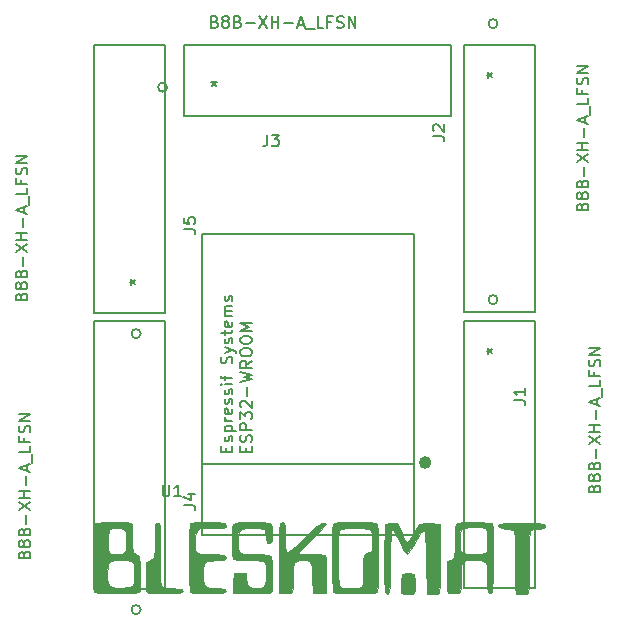
<source format=gbr>
%TF.GenerationSoftware,KiCad,Pcbnew,5.1.7-a382d34a8~88~ubuntu18.04.1*%
%TF.CreationDate,2021-02-15T21:35:44+01:00*%
%TF.ProjectId,test-board-esp32-assembly,74657374-2d62-46f6-9172-642d65737033,test*%
%TF.SameCoordinates,Original*%
%TF.FileFunction,Legend,Top*%
%TF.FilePolarity,Positive*%
%FSLAX46Y46*%
G04 Gerber Fmt 4.6, Leading zero omitted, Abs format (unit mm)*
G04 Created by KiCad (PCBNEW 5.1.7-a382d34a8~88~ubuntu18.04.1) date 2021-02-15 21:35:44*
%MOMM*%
%LPD*%
G01*
G04 APERTURE LIST*
%ADD10C,0.010000*%
%ADD11C,0.152400*%
%ADD12C,0.150000*%
%ADD13C,0.500000*%
G04 APERTURE END LIST*
D10*
%TO.C,G\u002A\u002A\u002A*%
G36*
X146431226Y-102738882D02*
G01*
X146592252Y-103071554D01*
X146733717Y-103337773D01*
X146837796Y-103505481D01*
X146880771Y-103547334D01*
X146994438Y-103489013D01*
X147148705Y-103306086D01*
X147352494Y-102986600D01*
X147522635Y-102687561D01*
X147688339Y-102401683D01*
X147837576Y-102169244D01*
X147940994Y-102035613D01*
X147949252Y-102028104D01*
X148101889Y-101979731D01*
X148402740Y-101955118D01*
X148832146Y-101955816D01*
X148856639Y-101956543D01*
X149648333Y-101981000D01*
X149670639Y-104849618D01*
X149675400Y-105695352D01*
X149675048Y-106383053D01*
X149669293Y-106923952D01*
X149657848Y-107329282D01*
X149640421Y-107610274D01*
X149616724Y-107778161D01*
X149593601Y-107837940D01*
X149448813Y-107914332D01*
X149172696Y-107937467D01*
X149020961Y-107932655D01*
X148547667Y-107907667D01*
X148505333Y-105240667D01*
X148491964Y-104423564D01*
X148477329Y-103767135D01*
X148456758Y-103262754D01*
X148425587Y-102901795D01*
X148379149Y-102675633D01*
X148312775Y-102575642D01*
X148221800Y-102593196D01*
X148101556Y-102719670D01*
X147947377Y-102946438D01*
X147754596Y-103264875D01*
X147588858Y-103546772D01*
X147367913Y-103909194D01*
X147166540Y-104214220D01*
X147004480Y-104433692D01*
X146901472Y-104539451D01*
X146889385Y-104544541D01*
X146801155Y-104493497D01*
X146667963Y-104308825D01*
X146484629Y-103982201D01*
X146257488Y-103529103D01*
X146032751Y-103084281D01*
X145845601Y-102752790D01*
X145705152Y-102549658D01*
X145626667Y-102489000D01*
X145590414Y-102507686D01*
X145561148Y-102574909D01*
X145537915Y-102707420D01*
X145519756Y-102921970D01*
X145505717Y-103235308D01*
X145494842Y-103664184D01*
X145486173Y-104225350D01*
X145478755Y-104935556D01*
X145477256Y-105106490D01*
X145469258Y-105881378D01*
X145458858Y-106503310D01*
X145444434Y-106988663D01*
X145424366Y-107353812D01*
X145397036Y-107615134D01*
X145360821Y-107789003D01*
X145314103Y-107891797D01*
X145255261Y-107939892D01*
X145195945Y-107950000D01*
X145104051Y-107884314D01*
X145035833Y-107784092D01*
X145008531Y-107642942D01*
X144987787Y-107335871D01*
X144973674Y-106866172D01*
X144966264Y-106237134D01*
X144965632Y-105452046D01*
X144969354Y-104799592D01*
X144991667Y-101981000D01*
X145523832Y-101955716D01*
X146055998Y-101930431D01*
X146431226Y-102738882D01*
G37*
X146431226Y-102738882D02*
X146592252Y-103071554D01*
X146733717Y-103337773D01*
X146837796Y-103505481D01*
X146880771Y-103547334D01*
X146994438Y-103489013D01*
X147148705Y-103306086D01*
X147352494Y-102986600D01*
X147522635Y-102687561D01*
X147688339Y-102401683D01*
X147837576Y-102169244D01*
X147940994Y-102035613D01*
X147949252Y-102028104D01*
X148101889Y-101979731D01*
X148402740Y-101955118D01*
X148832146Y-101955816D01*
X148856639Y-101956543D01*
X149648333Y-101981000D01*
X149670639Y-104849618D01*
X149675400Y-105695352D01*
X149675048Y-106383053D01*
X149669293Y-106923952D01*
X149657848Y-107329282D01*
X149640421Y-107610274D01*
X149616724Y-107778161D01*
X149593601Y-107837940D01*
X149448813Y-107914332D01*
X149172696Y-107937467D01*
X149020961Y-107932655D01*
X148547667Y-107907667D01*
X148505333Y-105240667D01*
X148491964Y-104423564D01*
X148477329Y-103767135D01*
X148456758Y-103262754D01*
X148425587Y-102901795D01*
X148379149Y-102675633D01*
X148312775Y-102575642D01*
X148221800Y-102593196D01*
X148101556Y-102719670D01*
X147947377Y-102946438D01*
X147754596Y-103264875D01*
X147588858Y-103546772D01*
X147367913Y-103909194D01*
X147166540Y-104214220D01*
X147004480Y-104433692D01*
X146901472Y-104539451D01*
X146889385Y-104544541D01*
X146801155Y-104493497D01*
X146667963Y-104308825D01*
X146484629Y-103982201D01*
X146257488Y-103529103D01*
X146032751Y-103084281D01*
X145845601Y-102752790D01*
X145705152Y-102549658D01*
X145626667Y-102489000D01*
X145590414Y-102507686D01*
X145561148Y-102574909D01*
X145537915Y-102707420D01*
X145519756Y-102921970D01*
X145505717Y-103235308D01*
X145494842Y-103664184D01*
X145486173Y-104225350D01*
X145478755Y-104935556D01*
X145477256Y-105106490D01*
X145469258Y-105881378D01*
X145458858Y-106503310D01*
X145444434Y-106988663D01*
X145424366Y-107353812D01*
X145397036Y-107615134D01*
X145360821Y-107789003D01*
X145314103Y-107891797D01*
X145255261Y-107939892D01*
X145195945Y-107950000D01*
X145104051Y-107884314D01*
X145035833Y-107784092D01*
X145008531Y-107642942D01*
X144987787Y-107335871D01*
X144973674Y-106866172D01*
X144966264Y-106237134D01*
X144965632Y-105452046D01*
X144969354Y-104799592D01*
X144991667Y-101981000D01*
X145523832Y-101955716D01*
X146055998Y-101930431D01*
X146431226Y-102738882D01*
G36*
X147176956Y-106191624D02*
G01*
X147394040Y-106231633D01*
X147453873Y-106262371D01*
X147515309Y-106397206D01*
X147556279Y-106648844D01*
X147576183Y-106965920D01*
X147574422Y-107297074D01*
X147550395Y-107590944D01*
X147503502Y-107796165D01*
X147472400Y-107848400D01*
X147328068Y-107912466D01*
X147094110Y-107945409D01*
X146829581Y-107947845D01*
X146593535Y-107920390D01*
X146445028Y-107863661D01*
X146424835Y-107837466D01*
X146408098Y-107706140D01*
X146400274Y-107451456D01*
X146402342Y-107119203D01*
X146406326Y-106969633D01*
X146431000Y-106214334D01*
X146882373Y-106188504D01*
X147176956Y-106191624D01*
G37*
X147176956Y-106191624D02*
X147394040Y-106231633D01*
X147453873Y-106262371D01*
X147515309Y-106397206D01*
X147556279Y-106648844D01*
X147576183Y-106965920D01*
X147574422Y-107297074D01*
X147550395Y-107590944D01*
X147503502Y-107796165D01*
X147472400Y-107848400D01*
X147328068Y-107912466D01*
X147094110Y-107945409D01*
X146829581Y-107947845D01*
X146593535Y-107920390D01*
X146445028Y-107863661D01*
X146424835Y-107837466D01*
X146408098Y-107706140D01*
X146400274Y-107451456D01*
X146402342Y-107119203D01*
X146406326Y-106969633D01*
X146431000Y-106214334D01*
X146882373Y-106188504D01*
X147176956Y-106191624D01*
G36*
X157213489Y-101939815D02*
G01*
X157687318Y-101944236D01*
X158033150Y-101953394D01*
X158271650Y-101968756D01*
X158423481Y-101991786D01*
X158509305Y-102023950D01*
X158549788Y-102066712D01*
X158554747Y-102077910D01*
X158542321Y-102238473D01*
X158384471Y-102360468D01*
X158102940Y-102432325D01*
X157861751Y-102446667D01*
X157592846Y-102465494D01*
X157388645Y-102513486D01*
X157327600Y-102548267D01*
X157296154Y-102631079D01*
X157271152Y-102817899D01*
X157252133Y-103120771D01*
X157238634Y-103551740D01*
X157230195Y-104122848D01*
X157226353Y-104846139D01*
X157226000Y-105198333D01*
X157223952Y-105989158D01*
X157217501Y-106622740D01*
X157206184Y-107111121D01*
X157189541Y-107466346D01*
X157167109Y-107700459D01*
X157138427Y-107825503D01*
X157124400Y-107848400D01*
X156990485Y-107902329D01*
X156756825Y-107937284D01*
X156488150Y-107950422D01*
X156249190Y-107938896D01*
X156104674Y-107899861D01*
X156097111Y-107893556D01*
X156083097Y-107797899D01*
X156070351Y-107553962D01*
X156059320Y-107182793D01*
X156050452Y-106705443D01*
X156044193Y-106142962D01*
X156040992Y-105516401D01*
X156040667Y-105236923D01*
X156038971Y-104456771D01*
X156033519Y-103831953D01*
X156023758Y-103348497D01*
X156009139Y-102992433D01*
X155989111Y-102749792D01*
X155963122Y-102606602D01*
X155934833Y-102551726D01*
X155798497Y-102501286D01*
X155551025Y-102456016D01*
X155298573Y-102430032D01*
X154918577Y-102382738D01*
X154693614Y-102300449D01*
X154611821Y-102176803D01*
X154629767Y-102071358D01*
X154665128Y-102027958D01*
X154747103Y-101994999D01*
X154896033Y-101971106D01*
X155132259Y-101954903D01*
X155476121Y-101945013D01*
X155947961Y-101940060D01*
X156568118Y-101938668D01*
X156591000Y-101938667D01*
X157213489Y-101939815D01*
G37*
X157213489Y-101939815D02*
X157687318Y-101944236D01*
X158033150Y-101953394D01*
X158271650Y-101968756D01*
X158423481Y-101991786D01*
X158509305Y-102023950D01*
X158549788Y-102066712D01*
X158554747Y-102077910D01*
X158542321Y-102238473D01*
X158384471Y-102360468D01*
X158102940Y-102432325D01*
X157861751Y-102446667D01*
X157592846Y-102465494D01*
X157388645Y-102513486D01*
X157327600Y-102548267D01*
X157296154Y-102631079D01*
X157271152Y-102817899D01*
X157252133Y-103120771D01*
X157238634Y-103551740D01*
X157230195Y-104122848D01*
X157226353Y-104846139D01*
X157226000Y-105198333D01*
X157223952Y-105989158D01*
X157217501Y-106622740D01*
X157206184Y-107111121D01*
X157189541Y-107466346D01*
X157167109Y-107700459D01*
X157138427Y-107825503D01*
X157124400Y-107848400D01*
X156990485Y-107902329D01*
X156756825Y-107937284D01*
X156488150Y-107950422D01*
X156249190Y-107938896D01*
X156104674Y-107899861D01*
X156097111Y-107893556D01*
X156083097Y-107797899D01*
X156070351Y-107553962D01*
X156059320Y-107182793D01*
X156050452Y-106705443D01*
X156044193Y-106142962D01*
X156040992Y-105516401D01*
X156040667Y-105236923D01*
X156038971Y-104456771D01*
X156033519Y-103831953D01*
X156023758Y-103348497D01*
X156009139Y-102992433D01*
X155989111Y-102749792D01*
X155963122Y-102606602D01*
X155934833Y-102551726D01*
X155798497Y-102501286D01*
X155551025Y-102456016D01*
X155298573Y-102430032D01*
X154918577Y-102382738D01*
X154693614Y-102300449D01*
X154611821Y-102176803D01*
X154629767Y-102071358D01*
X154665128Y-102027958D01*
X154747103Y-101994999D01*
X154896033Y-101971106D01*
X155132259Y-101954903D01*
X155476121Y-101945013D01*
X155947961Y-101940060D01*
X156568118Y-101938668D01*
X156591000Y-101938667D01*
X157213489Y-101939815D01*
G36*
X122835749Y-101853706D02*
G01*
X123173419Y-101866867D01*
X123406141Y-101888640D01*
X123479408Y-101905392D01*
X123533964Y-101949709D01*
X123571745Y-102050985D01*
X123595619Y-102235264D01*
X123608450Y-102528591D01*
X123613103Y-102957011D01*
X123613333Y-103122692D01*
X123615282Y-103608639D01*
X123627259Y-103955302D01*
X123658458Y-104192726D01*
X123718073Y-104350957D01*
X123815299Y-104460042D01*
X123959331Y-104550027D01*
X124066863Y-104604771D01*
X124132644Y-104645402D01*
X124180838Y-104708553D01*
X124214721Y-104819175D01*
X124237569Y-105002216D01*
X124252660Y-105282626D01*
X124263270Y-105685353D01*
X124271542Y-106163274D01*
X124276301Y-106787538D01*
X124267965Y-107250883D01*
X124246164Y-107561247D01*
X124210530Y-107726564D01*
X124197675Y-107748364D01*
X124082196Y-107788142D01*
X123828391Y-107820561D01*
X123467112Y-107845494D01*
X123029213Y-107862818D01*
X122545546Y-107872406D01*
X122046964Y-107874133D01*
X121564320Y-107867875D01*
X121128466Y-107853505D01*
X120770255Y-107830899D01*
X120520540Y-107799930D01*
X120412933Y-107763734D01*
X120383600Y-107651561D01*
X120358850Y-107394652D01*
X120338684Y-107017540D01*
X120325696Y-106623451D01*
X121513947Y-106623451D01*
X121562086Y-106980898D01*
X121681550Y-107216143D01*
X121894530Y-107351673D01*
X122223214Y-107409975D01*
X122689792Y-107413535D01*
X122786795Y-107410224D01*
X123173107Y-107383316D01*
X123428774Y-107332216D01*
X123591730Y-107248700D01*
X123612295Y-107231273D01*
X123691438Y-107139960D01*
X123741771Y-107014606D01*
X123769544Y-106818451D01*
X123781003Y-106514739D01*
X123782667Y-106229045D01*
X123777299Y-105767009D01*
X123743760Y-105447866D01*
X123655891Y-105245183D01*
X123487535Y-105132531D01*
X123212536Y-105083481D01*
X122804735Y-105071601D01*
X122636911Y-105071334D01*
X122190843Y-105076387D01*
X121886018Y-105109068D01*
X121694353Y-105195660D01*
X121587763Y-105362445D01*
X121538163Y-105635706D01*
X121517469Y-106041725D01*
X121514947Y-106121316D01*
X121513947Y-106623451D01*
X120325696Y-106623451D01*
X120323102Y-106544759D01*
X120312103Y-106000844D01*
X120305689Y-105410329D01*
X120303858Y-104797747D01*
X120306611Y-104187633D01*
X120313948Y-103604522D01*
X120316843Y-103475393D01*
X121581333Y-103475393D01*
X121586024Y-103919489D01*
X121612825Y-104221715D01*
X121680830Y-104409510D01*
X121809136Y-104510311D01*
X122016834Y-104551555D01*
X122323021Y-104560679D01*
X122336666Y-104560759D01*
X122708606Y-104530937D01*
X122937443Y-104434379D01*
X122950500Y-104423211D01*
X123024147Y-104330480D01*
X123070570Y-104189729D01*
X123095520Y-103965006D01*
X123104750Y-103620360D01*
X123105333Y-103455592D01*
X123097689Y-103007790D01*
X123061720Y-102702145D01*
X122977875Y-102511709D01*
X122826600Y-102409531D01*
X122588344Y-102368664D01*
X122311886Y-102362000D01*
X122008628Y-102377787D01*
X121777648Y-102419283D01*
X121682933Y-102463600D01*
X121629680Y-102609177D01*
X121595683Y-102915765D01*
X121581675Y-103376058D01*
X121581333Y-103475393D01*
X120316843Y-103475393D01*
X120325868Y-103072947D01*
X120342373Y-102617443D01*
X120363461Y-102262544D01*
X120389133Y-102032784D01*
X120412933Y-101955600D01*
X120525432Y-101924185D01*
X120772935Y-101897454D01*
X121121163Y-101875968D01*
X121535837Y-101860290D01*
X121982679Y-101850979D01*
X122427409Y-101848597D01*
X122835749Y-101853706D01*
G37*
X122835749Y-101853706D02*
X123173419Y-101866867D01*
X123406141Y-101888640D01*
X123479408Y-101905392D01*
X123533964Y-101949709D01*
X123571745Y-102050985D01*
X123595619Y-102235264D01*
X123608450Y-102528591D01*
X123613103Y-102957011D01*
X123613333Y-103122692D01*
X123615282Y-103608639D01*
X123627259Y-103955302D01*
X123658458Y-104192726D01*
X123718073Y-104350957D01*
X123815299Y-104460042D01*
X123959331Y-104550027D01*
X124066863Y-104604771D01*
X124132644Y-104645402D01*
X124180838Y-104708553D01*
X124214721Y-104819175D01*
X124237569Y-105002216D01*
X124252660Y-105282626D01*
X124263270Y-105685353D01*
X124271542Y-106163274D01*
X124276301Y-106787538D01*
X124267965Y-107250883D01*
X124246164Y-107561247D01*
X124210530Y-107726564D01*
X124197675Y-107748364D01*
X124082196Y-107788142D01*
X123828391Y-107820561D01*
X123467112Y-107845494D01*
X123029213Y-107862818D01*
X122545546Y-107872406D01*
X122046964Y-107874133D01*
X121564320Y-107867875D01*
X121128466Y-107853505D01*
X120770255Y-107830899D01*
X120520540Y-107799930D01*
X120412933Y-107763734D01*
X120383600Y-107651561D01*
X120358850Y-107394652D01*
X120338684Y-107017540D01*
X120325696Y-106623451D01*
X121513947Y-106623451D01*
X121562086Y-106980898D01*
X121681550Y-107216143D01*
X121894530Y-107351673D01*
X122223214Y-107409975D01*
X122689792Y-107413535D01*
X122786795Y-107410224D01*
X123173107Y-107383316D01*
X123428774Y-107332216D01*
X123591730Y-107248700D01*
X123612295Y-107231273D01*
X123691438Y-107139960D01*
X123741771Y-107014606D01*
X123769544Y-106818451D01*
X123781003Y-106514739D01*
X123782667Y-106229045D01*
X123777299Y-105767009D01*
X123743760Y-105447866D01*
X123655891Y-105245183D01*
X123487535Y-105132531D01*
X123212536Y-105083481D01*
X122804735Y-105071601D01*
X122636911Y-105071334D01*
X122190843Y-105076387D01*
X121886018Y-105109068D01*
X121694353Y-105195660D01*
X121587763Y-105362445D01*
X121538163Y-105635706D01*
X121517469Y-106041725D01*
X121514947Y-106121316D01*
X121513947Y-106623451D01*
X120325696Y-106623451D01*
X120323102Y-106544759D01*
X120312103Y-106000844D01*
X120305689Y-105410329D01*
X120303858Y-104797747D01*
X120306611Y-104187633D01*
X120313948Y-103604522D01*
X120316843Y-103475393D01*
X121581333Y-103475393D01*
X121586024Y-103919489D01*
X121612825Y-104221715D01*
X121680830Y-104409510D01*
X121809136Y-104510311D01*
X122016834Y-104551555D01*
X122323021Y-104560679D01*
X122336666Y-104560759D01*
X122708606Y-104530937D01*
X122937443Y-104434379D01*
X122950500Y-104423211D01*
X123024147Y-104330480D01*
X123070570Y-104189729D01*
X123095520Y-103965006D01*
X123104750Y-103620360D01*
X123105333Y-103455592D01*
X123097689Y-103007790D01*
X123061720Y-102702145D01*
X122977875Y-102511709D01*
X122826600Y-102409531D01*
X122588344Y-102368664D01*
X122311886Y-102362000D01*
X122008628Y-102377787D01*
X121777648Y-102419283D01*
X121682933Y-102463600D01*
X121629680Y-102609177D01*
X121595683Y-102915765D01*
X121581675Y-103376058D01*
X121581333Y-103475393D01*
X120316843Y-103475393D01*
X120325868Y-103072947D01*
X120342373Y-102617443D01*
X120363461Y-102262544D01*
X120389133Y-102032784D01*
X120412933Y-101955600D01*
X120525432Y-101924185D01*
X120772935Y-101897454D01*
X121121163Y-101875968D01*
X121535837Y-101860290D01*
X121982679Y-101850979D01*
X122427409Y-101848597D01*
X122835749Y-101853706D01*
G36*
X125849359Y-101905117D02*
G01*
X125887606Y-101935466D01*
X125917954Y-102005567D01*
X125941291Y-102132922D01*
X125958504Y-102335031D01*
X125970483Y-102629394D01*
X125978113Y-103033513D01*
X125982284Y-103564886D01*
X125983882Y-104241016D01*
X125984000Y-104559270D01*
X125984651Y-105296044D01*
X125987285Y-105881940D01*
X125992917Y-106335409D01*
X126002566Y-106674901D01*
X126017249Y-106918871D01*
X126037984Y-107085767D01*
X126065789Y-107194044D01*
X126101680Y-107262151D01*
X126135055Y-107298459D01*
X126269217Y-107371506D01*
X126499517Y-107420523D01*
X126855103Y-107450447D01*
X127087555Y-107459748D01*
X127461038Y-107474029D01*
X127696554Y-107494145D01*
X127825463Y-107527681D01*
X127879123Y-107582226D01*
X127889000Y-107653667D01*
X127881154Y-107714537D01*
X127842146Y-107759316D01*
X127748771Y-107790995D01*
X127577826Y-107812564D01*
X127306106Y-107827015D01*
X126910406Y-107837336D01*
X126395959Y-107846081D01*
X125852772Y-107852830D01*
X125455471Y-107852651D01*
X125180693Y-107843838D01*
X125005070Y-107824687D01*
X124905239Y-107793492D01*
X124857833Y-107748548D01*
X124850793Y-107733323D01*
X124831770Y-107602129D01*
X124815857Y-107336860D01*
X124804453Y-106972767D01*
X124798956Y-106545100D01*
X124798667Y-106420212D01*
X124798667Y-105242939D01*
X125088185Y-105121971D01*
X125307740Y-104995226D01*
X125459559Y-104846283D01*
X125469185Y-104830067D01*
X125504417Y-104677817D01*
X125532324Y-104381041D01*
X125551426Y-103964443D01*
X125560242Y-103452731D01*
X125560667Y-103303896D01*
X125565245Y-102841897D01*
X125577893Y-102441497D01*
X125596982Y-102132365D01*
X125620882Y-101944174D01*
X125637693Y-101901056D01*
X125775799Y-101886283D01*
X125849359Y-101905117D01*
G37*
X125849359Y-101905117D02*
X125887606Y-101935466D01*
X125917954Y-102005567D01*
X125941291Y-102132922D01*
X125958504Y-102335031D01*
X125970483Y-102629394D01*
X125978113Y-103033513D01*
X125982284Y-103564886D01*
X125983882Y-104241016D01*
X125984000Y-104559270D01*
X125984651Y-105296044D01*
X125987285Y-105881940D01*
X125992917Y-106335409D01*
X126002566Y-106674901D01*
X126017249Y-106918871D01*
X126037984Y-107085767D01*
X126065789Y-107194044D01*
X126101680Y-107262151D01*
X126135055Y-107298459D01*
X126269217Y-107371506D01*
X126499517Y-107420523D01*
X126855103Y-107450447D01*
X127087555Y-107459748D01*
X127461038Y-107474029D01*
X127696554Y-107494145D01*
X127825463Y-107527681D01*
X127879123Y-107582226D01*
X127889000Y-107653667D01*
X127881154Y-107714537D01*
X127842146Y-107759316D01*
X127748771Y-107790995D01*
X127577826Y-107812564D01*
X127306106Y-107827015D01*
X126910406Y-107837336D01*
X126395959Y-107846081D01*
X125852772Y-107852830D01*
X125455471Y-107852651D01*
X125180693Y-107843838D01*
X125005070Y-107824687D01*
X124905239Y-107793492D01*
X124857833Y-107748548D01*
X124850793Y-107733323D01*
X124831770Y-107602129D01*
X124815857Y-107336860D01*
X124804453Y-106972767D01*
X124798956Y-106545100D01*
X124798667Y-106420212D01*
X124798667Y-105242939D01*
X125088185Y-105121971D01*
X125307740Y-104995226D01*
X125459559Y-104846283D01*
X125469185Y-104830067D01*
X125504417Y-104677817D01*
X125532324Y-104381041D01*
X125551426Y-103964443D01*
X125560242Y-103452731D01*
X125560667Y-103303896D01*
X125565245Y-102841897D01*
X125577893Y-102441497D01*
X125596982Y-102132365D01*
X125620882Y-101944174D01*
X125637693Y-101901056D01*
X125775799Y-101886283D01*
X125849359Y-101905117D01*
G36*
X130545527Y-101856788D02*
G01*
X130933405Y-101866509D01*
X131199712Y-101885201D01*
X131368296Y-101914901D01*
X131463001Y-101957644D01*
X131486438Y-101979922D01*
X131551798Y-102146112D01*
X131541796Y-102233922D01*
X131493272Y-102287781D01*
X131378994Y-102324634D01*
X131173003Y-102347365D01*
X130849340Y-102358858D01*
X130389324Y-102362000D01*
X129864827Y-102365656D01*
X129485974Y-102388998D01*
X129229078Y-102450585D01*
X129070453Y-102568976D01*
X128986413Y-102762731D01*
X128953271Y-103050410D01*
X128947341Y-103450571D01*
X128947333Y-103491878D01*
X128951663Y-103895995D01*
X128981134Y-104183083D01*
X129060468Y-104373150D01*
X129214389Y-104486202D01*
X129467618Y-104542248D01*
X129844878Y-104561293D01*
X130271318Y-104563334D01*
X130808960Y-104574313D01*
X131192416Y-104609862D01*
X131435568Y-104673894D01*
X131552298Y-104770325D01*
X131556489Y-104903069D01*
X131549293Y-104923717D01*
X131487238Y-104988737D01*
X131341117Y-105033638D01*
X131082549Y-105063671D01*
X130683154Y-105084084D01*
X130681957Y-105084127D01*
X130256240Y-105105567D01*
X129963534Y-105152106D01*
X129778936Y-105251361D01*
X129677546Y-105430946D01*
X129634463Y-105718477D01*
X129624785Y-106141569D01*
X129624667Y-106256667D01*
X129630241Y-106712876D01*
X129663888Y-107027832D01*
X129750991Y-107229591D01*
X129916936Y-107346213D01*
X130187107Y-107405756D01*
X130586889Y-107436277D01*
X130697059Y-107442000D01*
X131079298Y-107464232D01*
X131322979Y-107489174D01*
X131458798Y-107524630D01*
X131517455Y-107578406D01*
X131529667Y-107653667D01*
X131521597Y-107715466D01*
X131481651Y-107760661D01*
X131386218Y-107792401D01*
X131211691Y-107813838D01*
X130934462Y-107828124D01*
X130530922Y-107838408D01*
X130088018Y-107846085D01*
X129503772Y-107851421D01*
X129072355Y-107845536D01*
X128777582Y-107827588D01*
X128603265Y-107796733D01*
X128542852Y-107765652D01*
X128513130Y-107653094D01*
X128488001Y-107395812D01*
X128467472Y-107018346D01*
X128451551Y-106545236D01*
X128440247Y-106001022D01*
X128433568Y-105410246D01*
X128431521Y-104797447D01*
X128434116Y-104187167D01*
X128441359Y-103603946D01*
X128453259Y-103072323D01*
X128469825Y-102616840D01*
X128491064Y-102262037D01*
X128516984Y-102032455D01*
X128540933Y-101955600D01*
X128655983Y-101912042D01*
X128907630Y-101881097D01*
X129305909Y-101862074D01*
X129860853Y-101854278D01*
X130012233Y-101854000D01*
X130545527Y-101856788D01*
G37*
X130545527Y-101856788D02*
X130933405Y-101866509D01*
X131199712Y-101885201D01*
X131368296Y-101914901D01*
X131463001Y-101957644D01*
X131486438Y-101979922D01*
X131551798Y-102146112D01*
X131541796Y-102233922D01*
X131493272Y-102287781D01*
X131378994Y-102324634D01*
X131173003Y-102347365D01*
X130849340Y-102358858D01*
X130389324Y-102362000D01*
X129864827Y-102365656D01*
X129485974Y-102388998D01*
X129229078Y-102450585D01*
X129070453Y-102568976D01*
X128986413Y-102762731D01*
X128953271Y-103050410D01*
X128947341Y-103450571D01*
X128947333Y-103491878D01*
X128951663Y-103895995D01*
X128981134Y-104183083D01*
X129060468Y-104373150D01*
X129214389Y-104486202D01*
X129467618Y-104542248D01*
X129844878Y-104561293D01*
X130271318Y-104563334D01*
X130808960Y-104574313D01*
X131192416Y-104609862D01*
X131435568Y-104673894D01*
X131552298Y-104770325D01*
X131556489Y-104903069D01*
X131549293Y-104923717D01*
X131487238Y-104988737D01*
X131341117Y-105033638D01*
X131082549Y-105063671D01*
X130683154Y-105084084D01*
X130681957Y-105084127D01*
X130256240Y-105105567D01*
X129963534Y-105152106D01*
X129778936Y-105251361D01*
X129677546Y-105430946D01*
X129634463Y-105718477D01*
X129624785Y-106141569D01*
X129624667Y-106256667D01*
X129630241Y-106712876D01*
X129663888Y-107027832D01*
X129750991Y-107229591D01*
X129916936Y-107346213D01*
X130187107Y-107405756D01*
X130586889Y-107436277D01*
X130697059Y-107442000D01*
X131079298Y-107464232D01*
X131322979Y-107489174D01*
X131458798Y-107524630D01*
X131517455Y-107578406D01*
X131529667Y-107653667D01*
X131521597Y-107715466D01*
X131481651Y-107760661D01*
X131386218Y-107792401D01*
X131211691Y-107813838D01*
X130934462Y-107828124D01*
X130530922Y-107838408D01*
X130088018Y-107846085D01*
X129503772Y-107851421D01*
X129072355Y-107845536D01*
X128777582Y-107827588D01*
X128603265Y-107796733D01*
X128542852Y-107765652D01*
X128513130Y-107653094D01*
X128488001Y-107395812D01*
X128467472Y-107018346D01*
X128451551Y-106545236D01*
X128440247Y-106001022D01*
X128433568Y-105410246D01*
X128431521Y-104797447D01*
X128434116Y-104187167D01*
X128441359Y-103603946D01*
X128453259Y-103072323D01*
X128469825Y-102616840D01*
X128491064Y-102262037D01*
X128516984Y-102032455D01*
X128540933Y-101955600D01*
X128655983Y-101912042D01*
X128907630Y-101881097D01*
X129305909Y-101862074D01*
X129860853Y-101854278D01*
X130012233Y-101854000D01*
X130545527Y-101856788D01*
G36*
X134348262Y-101855428D02*
G01*
X134775691Y-101866862D01*
X135077455Y-101899033D01*
X135275385Y-101962669D01*
X135391315Y-102068498D01*
X135447078Y-102227250D01*
X135464507Y-102449654D01*
X135465510Y-102685548D01*
X135454820Y-103114575D01*
X135420212Y-103397724D01*
X135354757Y-103557598D01*
X135251525Y-103616797D01*
X135180463Y-103615276D01*
X135079418Y-103579386D01*
X135017763Y-103481291D01*
X134979761Y-103281417D01*
X134958619Y-103057383D01*
X134909008Y-102700168D01*
X134830704Y-102487704D01*
X134789286Y-102444846D01*
X134655533Y-102411583D01*
X134393913Y-102384785D01*
X134045861Y-102367726D01*
X133756967Y-102363297D01*
X133292191Y-102369282D01*
X132970412Y-102405260D01*
X132765379Y-102495919D01*
X132650837Y-102665950D01*
X132600535Y-102940041D01*
X132588220Y-103342884D01*
X132588000Y-103462667D01*
X132591031Y-103851461D01*
X132615673Y-104134380D01*
X132685248Y-104328938D01*
X132823078Y-104452654D01*
X133052486Y-104523042D01*
X133396793Y-104557621D01*
X133879322Y-104573905D01*
X134073349Y-104578261D01*
X134577457Y-104592893D01*
X134936353Y-104612635D01*
X135174142Y-104640326D01*
X135314932Y-104678807D01*
X135382827Y-104730917D01*
X135383955Y-104732667D01*
X135409676Y-104855482D01*
X135430991Y-105112214D01*
X135447531Y-105467496D01*
X135458927Y-105885959D01*
X135464810Y-106332236D01*
X135464810Y-106770958D01*
X135458557Y-107166759D01*
X135445683Y-107484269D01*
X135425819Y-107688121D01*
X135415275Y-107731409D01*
X135377458Y-107778753D01*
X135290719Y-107813666D01*
X135132776Y-107837953D01*
X134881345Y-107853417D01*
X134514143Y-107861864D01*
X134008889Y-107865096D01*
X133761313Y-107865334D01*
X132158743Y-107865334D01*
X132182871Y-106997500D01*
X132207000Y-106129667D01*
X133223000Y-106129667D01*
X133265333Y-106646007D01*
X133312079Y-107019165D01*
X133400046Y-107254229D01*
X133562138Y-107382236D01*
X133831259Y-107434220D01*
X134109245Y-107442000D01*
X134443717Y-107432274D01*
X134676699Y-107385913D01*
X134826432Y-107277143D01*
X134911162Y-107080190D01*
X134949130Y-106769279D01*
X134958581Y-106318639D01*
X134958667Y-106241956D01*
X134956793Y-105822297D01*
X134935668Y-105517182D01*
X134872031Y-105308369D01*
X134742624Y-105177615D01*
X134524188Y-105106679D01*
X134193465Y-105077319D01*
X133727194Y-105071293D01*
X133466100Y-105071334D01*
X132906508Y-105064420D01*
X132508916Y-105043321D01*
X132266541Y-105007502D01*
X132181600Y-104969733D01*
X132138119Y-104854927D01*
X132107206Y-104603776D01*
X132088164Y-104206199D01*
X132080301Y-103652114D01*
X132080000Y-103494114D01*
X132082596Y-102962629D01*
X132091866Y-102575264D01*
X132110029Y-102306867D01*
X132139307Y-102132285D01*
X132181920Y-102026363D01*
X132213047Y-101987048D01*
X132289448Y-101936746D01*
X132419018Y-101900510D01*
X132626419Y-101876237D01*
X132936313Y-101861825D01*
X133373359Y-101855170D01*
X133773333Y-101854000D01*
X134348262Y-101855428D01*
G37*
X134348262Y-101855428D02*
X134775691Y-101866862D01*
X135077455Y-101899033D01*
X135275385Y-101962669D01*
X135391315Y-102068498D01*
X135447078Y-102227250D01*
X135464507Y-102449654D01*
X135465510Y-102685548D01*
X135454820Y-103114575D01*
X135420212Y-103397724D01*
X135354757Y-103557598D01*
X135251525Y-103616797D01*
X135180463Y-103615276D01*
X135079418Y-103579386D01*
X135017763Y-103481291D01*
X134979761Y-103281417D01*
X134958619Y-103057383D01*
X134909008Y-102700168D01*
X134830704Y-102487704D01*
X134789286Y-102444846D01*
X134655533Y-102411583D01*
X134393913Y-102384785D01*
X134045861Y-102367726D01*
X133756967Y-102363297D01*
X133292191Y-102369282D01*
X132970412Y-102405260D01*
X132765379Y-102495919D01*
X132650837Y-102665950D01*
X132600535Y-102940041D01*
X132588220Y-103342884D01*
X132588000Y-103462667D01*
X132591031Y-103851461D01*
X132615673Y-104134380D01*
X132685248Y-104328938D01*
X132823078Y-104452654D01*
X133052486Y-104523042D01*
X133396793Y-104557621D01*
X133879322Y-104573905D01*
X134073349Y-104578261D01*
X134577457Y-104592893D01*
X134936353Y-104612635D01*
X135174142Y-104640326D01*
X135314932Y-104678807D01*
X135382827Y-104730917D01*
X135383955Y-104732667D01*
X135409676Y-104855482D01*
X135430991Y-105112214D01*
X135447531Y-105467496D01*
X135458927Y-105885959D01*
X135464810Y-106332236D01*
X135464810Y-106770958D01*
X135458557Y-107166759D01*
X135445683Y-107484269D01*
X135425819Y-107688121D01*
X135415275Y-107731409D01*
X135377458Y-107778753D01*
X135290719Y-107813666D01*
X135132776Y-107837953D01*
X134881345Y-107853417D01*
X134514143Y-107861864D01*
X134008889Y-107865096D01*
X133761313Y-107865334D01*
X132158743Y-107865334D01*
X132182871Y-106997500D01*
X132207000Y-106129667D01*
X133223000Y-106129667D01*
X133265333Y-106646007D01*
X133312079Y-107019165D01*
X133400046Y-107254229D01*
X133562138Y-107382236D01*
X133831259Y-107434220D01*
X134109245Y-107442000D01*
X134443717Y-107432274D01*
X134676699Y-107385913D01*
X134826432Y-107277143D01*
X134911162Y-107080190D01*
X134949130Y-106769279D01*
X134958581Y-106318639D01*
X134958667Y-106241956D01*
X134956793Y-105822297D01*
X134935668Y-105517182D01*
X134872031Y-105308369D01*
X134742624Y-105177615D01*
X134524188Y-105106679D01*
X134193465Y-105077319D01*
X133727194Y-105071293D01*
X133466100Y-105071334D01*
X132906508Y-105064420D01*
X132508916Y-105043321D01*
X132266541Y-105007502D01*
X132181600Y-104969733D01*
X132138119Y-104854927D01*
X132107206Y-104603776D01*
X132088164Y-104206199D01*
X132080301Y-103652114D01*
X132080000Y-103494114D01*
X132082596Y-102962629D01*
X132091866Y-102575264D01*
X132110029Y-102306867D01*
X132139307Y-102132285D01*
X132181920Y-102026363D01*
X132213047Y-101987048D01*
X132289448Y-101936746D01*
X132419018Y-101900510D01*
X132626419Y-101876237D01*
X132936313Y-101861825D01*
X133373359Y-101855170D01*
X133773333Y-101854000D01*
X134348262Y-101855428D01*
G36*
X136440333Y-101938667D02*
G01*
X136496400Y-102021182D01*
X136534050Y-102176808D01*
X136556289Y-102432679D01*
X136566123Y-102815931D01*
X136567333Y-103085109D01*
X136571029Y-103589233D01*
X136584854Y-103947602D01*
X136612914Y-104183686D01*
X136659315Y-104320955D01*
X136728165Y-104382881D01*
X136796328Y-104394000D01*
X136892736Y-104337484D01*
X137089781Y-104179607D01*
X137367499Y-103937878D01*
X137705928Y-103629804D01*
X138085106Y-103272892D01*
X138196125Y-103166333D01*
X138630522Y-102750186D01*
X138963787Y-102438896D01*
X139214650Y-102217707D01*
X139401837Y-102071861D01*
X139544078Y-101986602D01*
X139660101Y-101947173D01*
X139754189Y-101938667D01*
X139945309Y-101959775D01*
X140037220Y-102011411D01*
X140038667Y-102019571D01*
X139980770Y-102101148D01*
X139819436Y-102280788D01*
X139573199Y-102539094D01*
X139260593Y-102856670D01*
X138900151Y-103214117D01*
X138855124Y-103258221D01*
X138493338Y-103617876D01*
X138180872Y-103939571D01*
X137935412Y-104204169D01*
X137774642Y-104392532D01*
X137716247Y-104485525D01*
X137717121Y-104489650D01*
X137814658Y-104518117D01*
X138047114Y-104541694D01*
X138380092Y-104557986D01*
X138779197Y-104564602D01*
X138794830Y-104564630D01*
X139203177Y-104570506D01*
X139553972Y-104585552D01*
X139810080Y-104607497D01*
X139934364Y-104634071D01*
X139934801Y-104634343D01*
X139974600Y-104701607D01*
X140002297Y-104857185D01*
X140018859Y-105119662D01*
X140025251Y-105507623D01*
X140022440Y-106039655D01*
X140019468Y-106262880D01*
X139996333Y-107823000D01*
X138895667Y-107823000D01*
X138873133Y-106553000D01*
X138861604Y-106020341D01*
X138840016Y-105633623D01*
X138795213Y-105369481D01*
X138714039Y-105204552D01*
X138583339Y-105115470D01*
X138389958Y-105078871D01*
X138120739Y-105071392D01*
X138038865Y-105071333D01*
X137748774Y-105077060D01*
X137539601Y-105110095D01*
X137398121Y-105194222D01*
X137311111Y-105353226D01*
X137265348Y-105610891D01*
X137247608Y-105991000D01*
X137244667Y-106499781D01*
X137237519Y-107055847D01*
X137215744Y-107449392D01*
X137178841Y-107686640D01*
X137143067Y-107763734D01*
X137007340Y-107819220D01*
X136763330Y-107856123D01*
X136550400Y-107865334D01*
X136059333Y-107865334D01*
X136059333Y-104954700D01*
X136060221Y-104160540D01*
X136063346Y-103519233D01*
X136069403Y-103014305D01*
X136079084Y-102629285D01*
X136093084Y-102347698D01*
X136112097Y-102153072D01*
X136136815Y-102028933D01*
X136167933Y-101958809D01*
X136186333Y-101938667D01*
X136321846Y-101875948D01*
X136440333Y-101938667D01*
G37*
X136440333Y-101938667D02*
X136496400Y-102021182D01*
X136534050Y-102176808D01*
X136556289Y-102432679D01*
X136566123Y-102815931D01*
X136567333Y-103085109D01*
X136571029Y-103589233D01*
X136584854Y-103947602D01*
X136612914Y-104183686D01*
X136659315Y-104320955D01*
X136728165Y-104382881D01*
X136796328Y-104394000D01*
X136892736Y-104337484D01*
X137089781Y-104179607D01*
X137367499Y-103937878D01*
X137705928Y-103629804D01*
X138085106Y-103272892D01*
X138196125Y-103166333D01*
X138630522Y-102750186D01*
X138963787Y-102438896D01*
X139214650Y-102217707D01*
X139401837Y-102071861D01*
X139544078Y-101986602D01*
X139660101Y-101947173D01*
X139754189Y-101938667D01*
X139945309Y-101959775D01*
X140037220Y-102011411D01*
X140038667Y-102019571D01*
X139980770Y-102101148D01*
X139819436Y-102280788D01*
X139573199Y-102539094D01*
X139260593Y-102856670D01*
X138900151Y-103214117D01*
X138855124Y-103258221D01*
X138493338Y-103617876D01*
X138180872Y-103939571D01*
X137935412Y-104204169D01*
X137774642Y-104392532D01*
X137716247Y-104485525D01*
X137717121Y-104489650D01*
X137814658Y-104518117D01*
X138047114Y-104541694D01*
X138380092Y-104557986D01*
X138779197Y-104564602D01*
X138794830Y-104564630D01*
X139203177Y-104570506D01*
X139553972Y-104585552D01*
X139810080Y-104607497D01*
X139934364Y-104634071D01*
X139934801Y-104634343D01*
X139974600Y-104701607D01*
X140002297Y-104857185D01*
X140018859Y-105119662D01*
X140025251Y-105507623D01*
X140022440Y-106039655D01*
X140019468Y-106262880D01*
X139996333Y-107823000D01*
X138895667Y-107823000D01*
X138873133Y-106553000D01*
X138861604Y-106020341D01*
X138840016Y-105633623D01*
X138795213Y-105369481D01*
X138714039Y-105204552D01*
X138583339Y-105115470D01*
X138389958Y-105078871D01*
X138120739Y-105071392D01*
X138038865Y-105071333D01*
X137748774Y-105077060D01*
X137539601Y-105110095D01*
X137398121Y-105194222D01*
X137311111Y-105353226D01*
X137265348Y-105610891D01*
X137247608Y-105991000D01*
X137244667Y-106499781D01*
X137237519Y-107055847D01*
X137215744Y-107449392D01*
X137178841Y-107686640D01*
X137143067Y-107763734D01*
X137007340Y-107819220D01*
X136763330Y-107856123D01*
X136550400Y-107865334D01*
X136059333Y-107865334D01*
X136059333Y-104954700D01*
X136060221Y-104160540D01*
X136063346Y-103519233D01*
X136069403Y-103014305D01*
X136079084Y-102629285D01*
X136093084Y-102347698D01*
X136112097Y-102153072D01*
X136136815Y-102028933D01*
X136167933Y-101958809D01*
X136186333Y-101938667D01*
X136321846Y-101875948D01*
X136440333Y-101938667D01*
G36*
X143123370Y-101854907D02*
G01*
X143560716Y-101858994D01*
X143874148Y-101868312D01*
X144086373Y-101884909D01*
X144220100Y-101910835D01*
X144298036Y-101948141D01*
X144342888Y-101998875D01*
X144353688Y-102017767D01*
X144380098Y-102153962D01*
X144402186Y-102449573D01*
X144419647Y-102894731D01*
X144432177Y-103479567D01*
X144439471Y-104194211D01*
X144441333Y-104859667D01*
X144438491Y-105671981D01*
X144430167Y-106362461D01*
X144416667Y-106921237D01*
X144398293Y-107338440D01*
X144375352Y-107604201D01*
X144353688Y-107701566D01*
X144315034Y-107756279D01*
X144250760Y-107797260D01*
X144138477Y-107826483D01*
X143955797Y-107845918D01*
X143680331Y-107857537D01*
X143289690Y-107863313D01*
X142761486Y-107865215D01*
X142494000Y-107865334D01*
X141901523Y-107864467D01*
X141455987Y-107860554D01*
X141135003Y-107851623D01*
X140916184Y-107835701D01*
X140777139Y-107810818D01*
X140695481Y-107775002D01*
X140648821Y-107726281D01*
X140634312Y-107701566D01*
X140607999Y-107565536D01*
X140585980Y-107269873D01*
X140568551Y-106824229D01*
X140556005Y-106238258D01*
X140549444Y-105599957D01*
X141054105Y-105599957D01*
X141057438Y-106175502D01*
X141072196Y-106617096D01*
X141105908Y-106942410D01*
X141166102Y-107169115D01*
X141260307Y-107314883D01*
X141396052Y-107397386D01*
X141580867Y-107434295D01*
X141822281Y-107443281D01*
X142127821Y-107442016D01*
X142149286Y-107442000D01*
X142551328Y-107433720D01*
X142817100Y-107405646D01*
X142979006Y-107352928D01*
X143038286Y-107308953D01*
X143091784Y-107226736D01*
X143129292Y-107087181D01*
X143153339Y-106863921D01*
X143166455Y-106530586D01*
X143171170Y-106060809D01*
X143171333Y-105922320D01*
X143172907Y-105416072D01*
X143183245Y-105051965D01*
X143210776Y-104802808D01*
X143263924Y-104641408D01*
X143351118Y-104540574D01*
X143480783Y-104473115D01*
X143637000Y-104419672D01*
X143891000Y-104337941D01*
X143915365Y-103508338D01*
X143924793Y-103091098D01*
X143909361Y-102789796D01*
X143845917Y-102585564D01*
X143711308Y-102459535D01*
X143482384Y-102392841D01*
X143135992Y-102366616D01*
X142648980Y-102361992D01*
X142508711Y-102362000D01*
X142027098Y-102365372D01*
X141685759Y-102377568D01*
X141455730Y-102401714D01*
X141308046Y-102440932D01*
X141213744Y-102498347D01*
X141209500Y-102502122D01*
X141162592Y-102555777D01*
X141126192Y-102634982D01*
X141098982Y-102759904D01*
X141079644Y-102950710D01*
X141066861Y-103227567D01*
X141059318Y-103610642D01*
X141055695Y-104120102D01*
X141054676Y-104776114D01*
X141054667Y-104872789D01*
X141054105Y-105599957D01*
X140549444Y-105599957D01*
X140548638Y-105521613D01*
X140546667Y-104828947D01*
X140547561Y-104067606D01*
X140550791Y-103458023D01*
X140557181Y-102982629D01*
X140567551Y-102623856D01*
X140582726Y-102364136D01*
X140603527Y-102185899D01*
X140630778Y-102071579D01*
X140665299Y-102003605D01*
X140679714Y-101987048D01*
X140748768Y-101941036D01*
X140866029Y-101906707D01*
X141053807Y-101882464D01*
X141334408Y-101866713D01*
X141730141Y-101857856D01*
X142263312Y-101854298D01*
X142539402Y-101854000D01*
X143123370Y-101854907D01*
G37*
X143123370Y-101854907D02*
X143560716Y-101858994D01*
X143874148Y-101868312D01*
X144086373Y-101884909D01*
X144220100Y-101910835D01*
X144298036Y-101948141D01*
X144342888Y-101998875D01*
X144353688Y-102017767D01*
X144380098Y-102153962D01*
X144402186Y-102449573D01*
X144419647Y-102894731D01*
X144432177Y-103479567D01*
X144439471Y-104194211D01*
X144441333Y-104859667D01*
X144438491Y-105671981D01*
X144430167Y-106362461D01*
X144416667Y-106921237D01*
X144398293Y-107338440D01*
X144375352Y-107604201D01*
X144353688Y-107701566D01*
X144315034Y-107756279D01*
X144250760Y-107797260D01*
X144138477Y-107826483D01*
X143955797Y-107845918D01*
X143680331Y-107857537D01*
X143289690Y-107863313D01*
X142761486Y-107865215D01*
X142494000Y-107865334D01*
X141901523Y-107864467D01*
X141455987Y-107860554D01*
X141135003Y-107851623D01*
X140916184Y-107835701D01*
X140777139Y-107810818D01*
X140695481Y-107775002D01*
X140648821Y-107726281D01*
X140634312Y-107701566D01*
X140607999Y-107565536D01*
X140585980Y-107269873D01*
X140568551Y-106824229D01*
X140556005Y-106238258D01*
X140549444Y-105599957D01*
X141054105Y-105599957D01*
X141057438Y-106175502D01*
X141072196Y-106617096D01*
X141105908Y-106942410D01*
X141166102Y-107169115D01*
X141260307Y-107314883D01*
X141396052Y-107397386D01*
X141580867Y-107434295D01*
X141822281Y-107443281D01*
X142127821Y-107442016D01*
X142149286Y-107442000D01*
X142551328Y-107433720D01*
X142817100Y-107405646D01*
X142979006Y-107352928D01*
X143038286Y-107308953D01*
X143091784Y-107226736D01*
X143129292Y-107087181D01*
X143153339Y-106863921D01*
X143166455Y-106530586D01*
X143171170Y-106060809D01*
X143171333Y-105922320D01*
X143172907Y-105416072D01*
X143183245Y-105051965D01*
X143210776Y-104802808D01*
X143263924Y-104641408D01*
X143351118Y-104540574D01*
X143480783Y-104473115D01*
X143637000Y-104419672D01*
X143891000Y-104337941D01*
X143915365Y-103508338D01*
X143924793Y-103091098D01*
X143909361Y-102789796D01*
X143845917Y-102585564D01*
X143711308Y-102459535D01*
X143482384Y-102392841D01*
X143135992Y-102366616D01*
X142648980Y-102361992D01*
X142508711Y-102362000D01*
X142027098Y-102365372D01*
X141685759Y-102377568D01*
X141455730Y-102401714D01*
X141308046Y-102440932D01*
X141213744Y-102498347D01*
X141209500Y-102502122D01*
X141162592Y-102555777D01*
X141126192Y-102634982D01*
X141098982Y-102759904D01*
X141079644Y-102950710D01*
X141066861Y-103227567D01*
X141059318Y-103610642D01*
X141055695Y-104120102D01*
X141054676Y-104776114D01*
X141054667Y-104872789D01*
X141054105Y-105599957D01*
X140549444Y-105599957D01*
X140548638Y-105521613D01*
X140546667Y-104828947D01*
X140547561Y-104067606D01*
X140550791Y-103458023D01*
X140557181Y-102982629D01*
X140567551Y-102623856D01*
X140582726Y-102364136D01*
X140603527Y-102185899D01*
X140630778Y-102071579D01*
X140665299Y-102003605D01*
X140679714Y-101987048D01*
X140748768Y-101941036D01*
X140866029Y-101906707D01*
X141053807Y-101882464D01*
X141334408Y-101866713D01*
X141730141Y-101857856D01*
X142263312Y-101854298D01*
X142539402Y-101854000D01*
X143123370Y-101854907D01*
G36*
X152802777Y-101851684D02*
G01*
X153229874Y-101863836D01*
X153605413Y-101885254D01*
X153894236Y-101915602D01*
X154061186Y-101954544D01*
X154084106Y-101969882D01*
X154112454Y-102064476D01*
X154134284Y-102278013D01*
X154149824Y-102619644D01*
X154159301Y-103098522D01*
X154162940Y-103723799D01*
X154160968Y-104504627D01*
X154157973Y-104953246D01*
X154151556Y-105726156D01*
X154144897Y-106346658D01*
X154136937Y-106831676D01*
X154126616Y-107198131D01*
X154112873Y-107462948D01*
X154094649Y-107643049D01*
X154070884Y-107755359D01*
X154040519Y-107816799D01*
X154002493Y-107844294D01*
X153976479Y-107851362D01*
X153809441Y-107824625D01*
X153744942Y-107767831D01*
X153718216Y-107644533D01*
X153695748Y-107386853D01*
X153679569Y-107029726D01*
X153671715Y-106608089D01*
X153671296Y-106502622D01*
X153668556Y-105980331D01*
X153649252Y-105603593D01*
X153594725Y-105348639D01*
X153486313Y-105191703D01*
X153305355Y-105109015D01*
X153033191Y-105076809D01*
X152651160Y-105071317D01*
X152547547Y-105071334D01*
X152153462Y-105073410D01*
X151869293Y-105095492D01*
X151677082Y-105161358D01*
X151558869Y-105294787D01*
X151496694Y-105519556D01*
X151472598Y-105859445D01*
X151468621Y-106338233D01*
X151468667Y-106499781D01*
X151461519Y-107055847D01*
X151439744Y-107449392D01*
X151402841Y-107686640D01*
X151367067Y-107763733D01*
X151233151Y-107817662D01*
X150999492Y-107852618D01*
X150730817Y-107865755D01*
X150491857Y-107854229D01*
X150347340Y-107815194D01*
X150339778Y-107808889D01*
X150320174Y-107708705D01*
X150303528Y-107469979D01*
X150291132Y-107123493D01*
X150284278Y-106700031D01*
X150283333Y-106464494D01*
X150283333Y-105176544D01*
X150540569Y-105069993D01*
X150746495Y-104949791D01*
X150879236Y-104811288D01*
X150907458Y-104676645D01*
X150931437Y-104406052D01*
X150949320Y-104032873D01*
X150959256Y-103590473D01*
X150960190Y-103427408D01*
X151384000Y-103427408D01*
X151388483Y-103884336D01*
X151419355Y-104198621D01*
X151502751Y-104396954D01*
X151664807Y-104506027D01*
X151931657Y-104552529D01*
X152329437Y-104563152D01*
X152496280Y-104563334D01*
X152874626Y-104554833D01*
X153202205Y-104531976D01*
X153433327Y-104498728D01*
X153506233Y-104475688D01*
X153577916Y-104421496D01*
X153625156Y-104329422D01*
X153652926Y-104167840D01*
X153666200Y-103905127D01*
X153669951Y-103509658D01*
X153670000Y-103434288D01*
X153660108Y-102928171D01*
X153630696Y-102581237D01*
X153582156Y-102397578D01*
X153568400Y-102378933D01*
X153422936Y-102325472D01*
X153118328Y-102291376D01*
X152663759Y-102277591D01*
X152580233Y-102277333D01*
X152109338Y-102282027D01*
X151781766Y-102312778D01*
X151571509Y-102394589D01*
X151452562Y-102552464D01*
X151398917Y-102811406D01*
X151384567Y-103196419D01*
X151384000Y-103427408D01*
X150960190Y-103427408D01*
X150960667Y-103344212D01*
X150962149Y-102842768D01*
X150968650Y-102484259D01*
X150983252Y-102242299D01*
X151009034Y-102090502D01*
X151049077Y-102002481D01*
X151106464Y-101951850D01*
X151124434Y-101941646D01*
X151281958Y-101902439D01*
X151563712Y-101874175D01*
X151934539Y-101856518D01*
X152359280Y-101849133D01*
X152802777Y-101851684D01*
G37*
X152802777Y-101851684D02*
X153229874Y-101863836D01*
X153605413Y-101885254D01*
X153894236Y-101915602D01*
X154061186Y-101954544D01*
X154084106Y-101969882D01*
X154112454Y-102064476D01*
X154134284Y-102278013D01*
X154149824Y-102619644D01*
X154159301Y-103098522D01*
X154162940Y-103723799D01*
X154160968Y-104504627D01*
X154157973Y-104953246D01*
X154151556Y-105726156D01*
X154144897Y-106346658D01*
X154136937Y-106831676D01*
X154126616Y-107198131D01*
X154112873Y-107462948D01*
X154094649Y-107643049D01*
X154070884Y-107755359D01*
X154040519Y-107816799D01*
X154002493Y-107844294D01*
X153976479Y-107851362D01*
X153809441Y-107824625D01*
X153744942Y-107767831D01*
X153718216Y-107644533D01*
X153695748Y-107386853D01*
X153679569Y-107029726D01*
X153671715Y-106608089D01*
X153671296Y-106502622D01*
X153668556Y-105980331D01*
X153649252Y-105603593D01*
X153594725Y-105348639D01*
X153486313Y-105191703D01*
X153305355Y-105109015D01*
X153033191Y-105076809D01*
X152651160Y-105071317D01*
X152547547Y-105071334D01*
X152153462Y-105073410D01*
X151869293Y-105095492D01*
X151677082Y-105161358D01*
X151558869Y-105294787D01*
X151496694Y-105519556D01*
X151472598Y-105859445D01*
X151468621Y-106338233D01*
X151468667Y-106499781D01*
X151461519Y-107055847D01*
X151439744Y-107449392D01*
X151402841Y-107686640D01*
X151367067Y-107763733D01*
X151233151Y-107817662D01*
X150999492Y-107852618D01*
X150730817Y-107865755D01*
X150491857Y-107854229D01*
X150347340Y-107815194D01*
X150339778Y-107808889D01*
X150320174Y-107708705D01*
X150303528Y-107469979D01*
X150291132Y-107123493D01*
X150284278Y-106700031D01*
X150283333Y-106464494D01*
X150283333Y-105176544D01*
X150540569Y-105069993D01*
X150746495Y-104949791D01*
X150879236Y-104811288D01*
X150907458Y-104676645D01*
X150931437Y-104406052D01*
X150949320Y-104032873D01*
X150959256Y-103590473D01*
X150960190Y-103427408D01*
X151384000Y-103427408D01*
X151388483Y-103884336D01*
X151419355Y-104198621D01*
X151502751Y-104396954D01*
X151664807Y-104506027D01*
X151931657Y-104552529D01*
X152329437Y-104563152D01*
X152496280Y-104563334D01*
X152874626Y-104554833D01*
X153202205Y-104531976D01*
X153433327Y-104498728D01*
X153506233Y-104475688D01*
X153577916Y-104421496D01*
X153625156Y-104329422D01*
X153652926Y-104167840D01*
X153666200Y-103905127D01*
X153669951Y-103509658D01*
X153670000Y-103434288D01*
X153660108Y-102928171D01*
X153630696Y-102581237D01*
X153582156Y-102397578D01*
X153568400Y-102378933D01*
X153422936Y-102325472D01*
X153118328Y-102291376D01*
X152663759Y-102277591D01*
X152580233Y-102277333D01*
X152109338Y-102282027D01*
X151781766Y-102312778D01*
X151571509Y-102394589D01*
X151452562Y-102552464D01*
X151398917Y-102811406D01*
X151384567Y-103196419D01*
X151384000Y-103427408D01*
X150960190Y-103427408D01*
X150960667Y-103344212D01*
X150962149Y-102842768D01*
X150968650Y-102484259D01*
X150983252Y-102242299D01*
X151009034Y-102090502D01*
X151049077Y-102002481D01*
X151106464Y-101951850D01*
X151124434Y-101941646D01*
X151281958Y-101902439D01*
X151563712Y-101874175D01*
X151934539Y-101856518D01*
X152359280Y-101849133D01*
X152802777Y-101851684D01*
D11*
%TO.C,J4*%
X124333000Y-109258400D02*
G75*
G03*
X124333000Y-109258400I-381000J0D01*
G01*
X120424999Y-107480400D02*
X126419399Y-107480400D01*
X120424999Y-84823600D02*
X120424999Y-107480400D01*
X126419399Y-84823600D02*
X120424999Y-84823600D01*
X126419399Y-107480400D02*
X126419399Y-84823600D01*
%TO.C,J1*%
X151710601Y-84797600D02*
X151710601Y-107454400D01*
X151710601Y-107454400D02*
X157705001Y-107454400D01*
X157705001Y-107454400D02*
X157705001Y-84797600D01*
X157705001Y-84797600D02*
X151710601Y-84797600D01*
X154559000Y-83019600D02*
G75*
G03*
X154559000Y-83019600I-381000J0D01*
G01*
%TO.C,J2*%
X154559000Y-59651600D02*
G75*
G03*
X154559000Y-59651600I-381000J0D01*
G01*
X157705001Y-61429600D02*
X151710601Y-61429600D01*
X157705001Y-84086400D02*
X157705001Y-61429600D01*
X151710601Y-84086400D02*
X157705001Y-84086400D01*
X151710601Y-61429600D02*
X151710601Y-84086400D01*
%TO.C,J3*%
X127977600Y-67491399D02*
X150634400Y-67491399D01*
X150634400Y-67491399D02*
X150634400Y-61496999D01*
X150634400Y-61496999D02*
X127977600Y-61496999D01*
X127977600Y-61496999D02*
X127977600Y-67491399D01*
X126580600Y-65024000D02*
G75*
G03*
X126580600Y-65024000I-381000J0D01*
G01*
%TO.C,J5*%
X126419399Y-84112400D02*
X126419399Y-61455600D01*
X126419399Y-61455600D02*
X120424999Y-61455600D01*
X120424999Y-61455600D02*
X120424999Y-84112400D01*
X120424999Y-84112400D02*
X126419399Y-84112400D01*
X124333000Y-85890400D02*
G75*
G03*
X124333000Y-85890400I-381000J0D01*
G01*
D12*
%TO.C,U1*%
X129520000Y-102950000D02*
X147520000Y-102950000D01*
X129520000Y-77450000D02*
X147520000Y-77450000D01*
X129520000Y-102950000D02*
X129520000Y-77450000D01*
X147520000Y-102950000D02*
X147520000Y-77450000D01*
X129520000Y-96950000D02*
X147520000Y-96950000D01*
D13*
X148709981Y-96804000D02*
G75*
G03*
X148709981Y-96804000I-283981J0D01*
G01*
%TO.C,J4*%
D12*
X127976380Y-100409333D02*
X128690666Y-100409333D01*
X128833523Y-100456952D01*
X128928761Y-100552190D01*
X128976380Y-100695047D01*
X128976380Y-100790285D01*
X128309714Y-99504571D02*
X128976380Y-99504571D01*
X127928761Y-99742666D02*
X128643047Y-99980761D01*
X128643047Y-99361714D01*
X114482571Y-104591714D02*
X114530190Y-104448857D01*
X114577809Y-104401238D01*
X114673047Y-104353619D01*
X114815904Y-104353619D01*
X114911142Y-104401238D01*
X114958761Y-104448857D01*
X115006380Y-104544095D01*
X115006380Y-104925047D01*
X114006380Y-104925047D01*
X114006380Y-104591714D01*
X114054000Y-104496476D01*
X114101619Y-104448857D01*
X114196857Y-104401238D01*
X114292095Y-104401238D01*
X114387333Y-104448857D01*
X114434952Y-104496476D01*
X114482571Y-104591714D01*
X114482571Y-104925047D01*
X114434952Y-103782190D02*
X114387333Y-103877428D01*
X114339714Y-103925047D01*
X114244476Y-103972666D01*
X114196857Y-103972666D01*
X114101619Y-103925047D01*
X114054000Y-103877428D01*
X114006380Y-103782190D01*
X114006380Y-103591714D01*
X114054000Y-103496476D01*
X114101619Y-103448857D01*
X114196857Y-103401238D01*
X114244476Y-103401238D01*
X114339714Y-103448857D01*
X114387333Y-103496476D01*
X114434952Y-103591714D01*
X114434952Y-103782190D01*
X114482571Y-103877428D01*
X114530190Y-103925047D01*
X114625428Y-103972666D01*
X114815904Y-103972666D01*
X114911142Y-103925047D01*
X114958761Y-103877428D01*
X115006380Y-103782190D01*
X115006380Y-103591714D01*
X114958761Y-103496476D01*
X114911142Y-103448857D01*
X114815904Y-103401238D01*
X114625428Y-103401238D01*
X114530190Y-103448857D01*
X114482571Y-103496476D01*
X114434952Y-103591714D01*
X114482571Y-102639333D02*
X114530190Y-102496476D01*
X114577809Y-102448857D01*
X114673047Y-102401238D01*
X114815904Y-102401238D01*
X114911142Y-102448857D01*
X114958761Y-102496476D01*
X115006380Y-102591714D01*
X115006380Y-102972666D01*
X114006380Y-102972666D01*
X114006380Y-102639333D01*
X114054000Y-102544095D01*
X114101619Y-102496476D01*
X114196857Y-102448857D01*
X114292095Y-102448857D01*
X114387333Y-102496476D01*
X114434952Y-102544095D01*
X114482571Y-102639333D01*
X114482571Y-102972666D01*
X114625428Y-101972666D02*
X114625428Y-101210761D01*
X114006380Y-100829809D02*
X115006380Y-100163142D01*
X114006380Y-100163142D02*
X115006380Y-100829809D01*
X115006380Y-99782190D02*
X114006380Y-99782190D01*
X114482571Y-99782190D02*
X114482571Y-99210761D01*
X115006380Y-99210761D02*
X114006380Y-99210761D01*
X114625428Y-98734571D02*
X114625428Y-97972666D01*
X114720666Y-97544095D02*
X114720666Y-97067904D01*
X115006380Y-97639333D02*
X114006380Y-97306000D01*
X115006380Y-96972666D01*
X115101619Y-96877428D02*
X115101619Y-96115523D01*
X115006380Y-95401238D02*
X115006380Y-95877428D01*
X114006380Y-95877428D01*
X114482571Y-94734571D02*
X114482571Y-95067904D01*
X115006380Y-95067904D02*
X114006380Y-95067904D01*
X114006380Y-94591714D01*
X114958761Y-94258380D02*
X115006380Y-94115523D01*
X115006380Y-93877428D01*
X114958761Y-93782190D01*
X114911142Y-93734571D01*
X114815904Y-93686952D01*
X114720666Y-93686952D01*
X114625428Y-93734571D01*
X114577809Y-93782190D01*
X114530190Y-93877428D01*
X114482571Y-94067904D01*
X114434952Y-94163142D01*
X114387333Y-94210761D01*
X114292095Y-94258380D01*
X114196857Y-94258380D01*
X114101619Y-94210761D01*
X114054000Y-94163142D01*
X114006380Y-94067904D01*
X114006380Y-93829809D01*
X114054000Y-93686952D01*
X115006380Y-93258380D02*
X114006380Y-93258380D01*
X115006380Y-92686952D01*
X114006380Y-92686952D01*
%TO.C,J1*%
X155916380Y-91519333D02*
X156630666Y-91519333D01*
X156773523Y-91566952D01*
X156868761Y-91662190D01*
X156916380Y-91805047D01*
X156916380Y-91900285D01*
X156916380Y-90519333D02*
X156916380Y-91090761D01*
X156916380Y-90805047D02*
X155916380Y-90805047D01*
X156059238Y-90900285D01*
X156154476Y-90995523D01*
X156202095Y-91090761D01*
X162742571Y-99003714D02*
X162790190Y-98860857D01*
X162837809Y-98813238D01*
X162933047Y-98765619D01*
X163075904Y-98765619D01*
X163171142Y-98813238D01*
X163218761Y-98860857D01*
X163266380Y-98956095D01*
X163266380Y-99337047D01*
X162266380Y-99337047D01*
X162266380Y-99003714D01*
X162314000Y-98908476D01*
X162361619Y-98860857D01*
X162456857Y-98813238D01*
X162552095Y-98813238D01*
X162647333Y-98860857D01*
X162694952Y-98908476D01*
X162742571Y-99003714D01*
X162742571Y-99337047D01*
X162694952Y-98194190D02*
X162647333Y-98289428D01*
X162599714Y-98337047D01*
X162504476Y-98384666D01*
X162456857Y-98384666D01*
X162361619Y-98337047D01*
X162314000Y-98289428D01*
X162266380Y-98194190D01*
X162266380Y-98003714D01*
X162314000Y-97908476D01*
X162361619Y-97860857D01*
X162456857Y-97813238D01*
X162504476Y-97813238D01*
X162599714Y-97860857D01*
X162647333Y-97908476D01*
X162694952Y-98003714D01*
X162694952Y-98194190D01*
X162742571Y-98289428D01*
X162790190Y-98337047D01*
X162885428Y-98384666D01*
X163075904Y-98384666D01*
X163171142Y-98337047D01*
X163218761Y-98289428D01*
X163266380Y-98194190D01*
X163266380Y-98003714D01*
X163218761Y-97908476D01*
X163171142Y-97860857D01*
X163075904Y-97813238D01*
X162885428Y-97813238D01*
X162790190Y-97860857D01*
X162742571Y-97908476D01*
X162694952Y-98003714D01*
X162742571Y-97051333D02*
X162790190Y-96908476D01*
X162837809Y-96860857D01*
X162933047Y-96813238D01*
X163075904Y-96813238D01*
X163171142Y-96860857D01*
X163218761Y-96908476D01*
X163266380Y-97003714D01*
X163266380Y-97384666D01*
X162266380Y-97384666D01*
X162266380Y-97051333D01*
X162314000Y-96956095D01*
X162361619Y-96908476D01*
X162456857Y-96860857D01*
X162552095Y-96860857D01*
X162647333Y-96908476D01*
X162694952Y-96956095D01*
X162742571Y-97051333D01*
X162742571Y-97384666D01*
X162885428Y-96384666D02*
X162885428Y-95622761D01*
X162266380Y-95241809D02*
X163266380Y-94575142D01*
X162266380Y-94575142D02*
X163266380Y-95241809D01*
X163266380Y-94194190D02*
X162266380Y-94194190D01*
X162742571Y-94194190D02*
X162742571Y-93622761D01*
X163266380Y-93622761D02*
X162266380Y-93622761D01*
X162885428Y-93146571D02*
X162885428Y-92384666D01*
X162980666Y-91956095D02*
X162980666Y-91479904D01*
X163266380Y-92051333D02*
X162266380Y-91718000D01*
X163266380Y-91384666D01*
X163361619Y-91289428D02*
X163361619Y-90527523D01*
X163266380Y-89813238D02*
X163266380Y-90289428D01*
X162266380Y-90289428D01*
X162742571Y-89146571D02*
X162742571Y-89479904D01*
X163266380Y-89479904D02*
X162266380Y-89479904D01*
X162266380Y-89003714D01*
X163218761Y-88670380D02*
X163266380Y-88527523D01*
X163266380Y-88289428D01*
X163218761Y-88194190D01*
X163171142Y-88146571D01*
X163075904Y-88098952D01*
X162980666Y-88098952D01*
X162885428Y-88146571D01*
X162837809Y-88194190D01*
X162790190Y-88289428D01*
X162742571Y-88479904D01*
X162694952Y-88575142D01*
X162647333Y-88622761D01*
X162552095Y-88670380D01*
X162456857Y-88670380D01*
X162361619Y-88622761D01*
X162314000Y-88575142D01*
X162266380Y-88479904D01*
X162266380Y-88241809D01*
X162314000Y-88098952D01*
X163266380Y-87670380D02*
X162266380Y-87670380D01*
X163266380Y-87098952D01*
X162266380Y-87098952D01*
X153630380Y-87376000D02*
X153868476Y-87376000D01*
X153773238Y-87614095D02*
X153868476Y-87376000D01*
X153773238Y-87137904D01*
X154058952Y-87518857D02*
X153868476Y-87376000D01*
X154058952Y-87233142D01*
%TO.C,J2*%
X149058380Y-69167333D02*
X149772666Y-69167333D01*
X149915523Y-69214952D01*
X150010761Y-69310190D01*
X150058380Y-69453047D01*
X150058380Y-69548285D01*
X149153619Y-68738761D02*
X149106000Y-68691142D01*
X149058380Y-68595904D01*
X149058380Y-68357809D01*
X149106000Y-68262571D01*
X149153619Y-68214952D01*
X149248857Y-68167333D01*
X149344095Y-68167333D01*
X149486952Y-68214952D01*
X150058380Y-68786380D01*
X150058380Y-68167333D01*
X161726571Y-75127714D02*
X161774190Y-74984857D01*
X161821809Y-74937238D01*
X161917047Y-74889619D01*
X162059904Y-74889619D01*
X162155142Y-74937238D01*
X162202761Y-74984857D01*
X162250380Y-75080095D01*
X162250380Y-75461047D01*
X161250380Y-75461047D01*
X161250380Y-75127714D01*
X161298000Y-75032476D01*
X161345619Y-74984857D01*
X161440857Y-74937238D01*
X161536095Y-74937238D01*
X161631333Y-74984857D01*
X161678952Y-75032476D01*
X161726571Y-75127714D01*
X161726571Y-75461047D01*
X161678952Y-74318190D02*
X161631333Y-74413428D01*
X161583714Y-74461047D01*
X161488476Y-74508666D01*
X161440857Y-74508666D01*
X161345619Y-74461047D01*
X161298000Y-74413428D01*
X161250380Y-74318190D01*
X161250380Y-74127714D01*
X161298000Y-74032476D01*
X161345619Y-73984857D01*
X161440857Y-73937238D01*
X161488476Y-73937238D01*
X161583714Y-73984857D01*
X161631333Y-74032476D01*
X161678952Y-74127714D01*
X161678952Y-74318190D01*
X161726571Y-74413428D01*
X161774190Y-74461047D01*
X161869428Y-74508666D01*
X162059904Y-74508666D01*
X162155142Y-74461047D01*
X162202761Y-74413428D01*
X162250380Y-74318190D01*
X162250380Y-74127714D01*
X162202761Y-74032476D01*
X162155142Y-73984857D01*
X162059904Y-73937238D01*
X161869428Y-73937238D01*
X161774190Y-73984857D01*
X161726571Y-74032476D01*
X161678952Y-74127714D01*
X161726571Y-73175333D02*
X161774190Y-73032476D01*
X161821809Y-72984857D01*
X161917047Y-72937238D01*
X162059904Y-72937238D01*
X162155142Y-72984857D01*
X162202761Y-73032476D01*
X162250380Y-73127714D01*
X162250380Y-73508666D01*
X161250380Y-73508666D01*
X161250380Y-73175333D01*
X161298000Y-73080095D01*
X161345619Y-73032476D01*
X161440857Y-72984857D01*
X161536095Y-72984857D01*
X161631333Y-73032476D01*
X161678952Y-73080095D01*
X161726571Y-73175333D01*
X161726571Y-73508666D01*
X161869428Y-72508666D02*
X161869428Y-71746761D01*
X161250380Y-71365809D02*
X162250380Y-70699142D01*
X161250380Y-70699142D02*
X162250380Y-71365809D01*
X162250380Y-70318190D02*
X161250380Y-70318190D01*
X161726571Y-70318190D02*
X161726571Y-69746761D01*
X162250380Y-69746761D02*
X161250380Y-69746761D01*
X161869428Y-69270571D02*
X161869428Y-68508666D01*
X161964666Y-68080095D02*
X161964666Y-67603904D01*
X162250380Y-68175333D02*
X161250380Y-67842000D01*
X162250380Y-67508666D01*
X162345619Y-67413428D02*
X162345619Y-66651523D01*
X162250380Y-65937238D02*
X162250380Y-66413428D01*
X161250380Y-66413428D01*
X161726571Y-65270571D02*
X161726571Y-65603904D01*
X162250380Y-65603904D02*
X161250380Y-65603904D01*
X161250380Y-65127714D01*
X162202761Y-64794380D02*
X162250380Y-64651523D01*
X162250380Y-64413428D01*
X162202761Y-64318190D01*
X162155142Y-64270571D01*
X162059904Y-64222952D01*
X161964666Y-64222952D01*
X161869428Y-64270571D01*
X161821809Y-64318190D01*
X161774190Y-64413428D01*
X161726571Y-64603904D01*
X161678952Y-64699142D01*
X161631333Y-64746761D01*
X161536095Y-64794380D01*
X161440857Y-64794380D01*
X161345619Y-64746761D01*
X161298000Y-64699142D01*
X161250380Y-64603904D01*
X161250380Y-64365809D01*
X161298000Y-64222952D01*
X162250380Y-63794380D02*
X161250380Y-63794380D01*
X162250380Y-63222952D01*
X161250380Y-63222952D01*
X153630380Y-64008000D02*
X153868476Y-64008000D01*
X153773238Y-64246095D02*
X153868476Y-64008000D01*
X153773238Y-63769904D01*
X154058952Y-64150857D02*
X153868476Y-64008000D01*
X154058952Y-63865142D01*
%TO.C,J3*%
X135048666Y-69048380D02*
X135048666Y-69762666D01*
X135001047Y-69905523D01*
X134905809Y-70000761D01*
X134762952Y-70048380D01*
X134667714Y-70048380D01*
X135429619Y-69048380D02*
X136048666Y-69048380D01*
X135715333Y-69429333D01*
X135858190Y-69429333D01*
X135953428Y-69476952D01*
X136001047Y-69524571D01*
X136048666Y-69619809D01*
X136048666Y-69857904D01*
X136001047Y-69953142D01*
X135953428Y-70000761D01*
X135858190Y-70048380D01*
X135572476Y-70048380D01*
X135477238Y-70000761D01*
X135429619Y-69953142D01*
X130612285Y-59491571D02*
X130755142Y-59539190D01*
X130802761Y-59586809D01*
X130850380Y-59682047D01*
X130850380Y-59824904D01*
X130802761Y-59920142D01*
X130755142Y-59967761D01*
X130659904Y-60015380D01*
X130278952Y-60015380D01*
X130278952Y-59015380D01*
X130612285Y-59015380D01*
X130707523Y-59063000D01*
X130755142Y-59110619D01*
X130802761Y-59205857D01*
X130802761Y-59301095D01*
X130755142Y-59396333D01*
X130707523Y-59443952D01*
X130612285Y-59491571D01*
X130278952Y-59491571D01*
X131421809Y-59443952D02*
X131326571Y-59396333D01*
X131278952Y-59348714D01*
X131231333Y-59253476D01*
X131231333Y-59205857D01*
X131278952Y-59110619D01*
X131326571Y-59063000D01*
X131421809Y-59015380D01*
X131612285Y-59015380D01*
X131707523Y-59063000D01*
X131755142Y-59110619D01*
X131802761Y-59205857D01*
X131802761Y-59253476D01*
X131755142Y-59348714D01*
X131707523Y-59396333D01*
X131612285Y-59443952D01*
X131421809Y-59443952D01*
X131326571Y-59491571D01*
X131278952Y-59539190D01*
X131231333Y-59634428D01*
X131231333Y-59824904D01*
X131278952Y-59920142D01*
X131326571Y-59967761D01*
X131421809Y-60015380D01*
X131612285Y-60015380D01*
X131707523Y-59967761D01*
X131755142Y-59920142D01*
X131802761Y-59824904D01*
X131802761Y-59634428D01*
X131755142Y-59539190D01*
X131707523Y-59491571D01*
X131612285Y-59443952D01*
X132564666Y-59491571D02*
X132707523Y-59539190D01*
X132755142Y-59586809D01*
X132802761Y-59682047D01*
X132802761Y-59824904D01*
X132755142Y-59920142D01*
X132707523Y-59967761D01*
X132612285Y-60015380D01*
X132231333Y-60015380D01*
X132231333Y-59015380D01*
X132564666Y-59015380D01*
X132659904Y-59063000D01*
X132707523Y-59110619D01*
X132755142Y-59205857D01*
X132755142Y-59301095D01*
X132707523Y-59396333D01*
X132659904Y-59443952D01*
X132564666Y-59491571D01*
X132231333Y-59491571D01*
X133231333Y-59634428D02*
X133993238Y-59634428D01*
X134374190Y-59015380D02*
X135040857Y-60015380D01*
X135040857Y-59015380D02*
X134374190Y-60015380D01*
X135421809Y-60015380D02*
X135421809Y-59015380D01*
X135421809Y-59491571D02*
X135993238Y-59491571D01*
X135993238Y-60015380D02*
X135993238Y-59015380D01*
X136469428Y-59634428D02*
X137231333Y-59634428D01*
X137659904Y-59729666D02*
X138136095Y-59729666D01*
X137564666Y-60015380D02*
X137898000Y-59015380D01*
X138231333Y-60015380D01*
X138326571Y-60110619D02*
X139088476Y-60110619D01*
X139802761Y-60015380D02*
X139326571Y-60015380D01*
X139326571Y-59015380D01*
X140469428Y-59491571D02*
X140136095Y-59491571D01*
X140136095Y-60015380D02*
X140136095Y-59015380D01*
X140612285Y-59015380D01*
X140945619Y-59967761D02*
X141088476Y-60015380D01*
X141326571Y-60015380D01*
X141421809Y-59967761D01*
X141469428Y-59920142D01*
X141517047Y-59824904D01*
X141517047Y-59729666D01*
X141469428Y-59634428D01*
X141421809Y-59586809D01*
X141326571Y-59539190D01*
X141136095Y-59491571D01*
X141040857Y-59443952D01*
X140993238Y-59396333D01*
X140945619Y-59301095D01*
X140945619Y-59205857D01*
X140993238Y-59110619D01*
X141040857Y-59063000D01*
X141136095Y-59015380D01*
X141374190Y-59015380D01*
X141517047Y-59063000D01*
X141945619Y-60015380D02*
X141945619Y-59015380D01*
X142517047Y-60015380D01*
X142517047Y-59015380D01*
X130556000Y-64476380D02*
X130556000Y-64714476D01*
X130317904Y-64619238D02*
X130556000Y-64714476D01*
X130794095Y-64619238D01*
X130413142Y-64904952D02*
X130556000Y-64714476D01*
X130698857Y-64904952D01*
%TO.C,J5*%
X127976380Y-77041333D02*
X128690666Y-77041333D01*
X128833523Y-77088952D01*
X128928761Y-77184190D01*
X128976380Y-77327047D01*
X128976380Y-77422285D01*
X127976380Y-76088952D02*
X127976380Y-76565142D01*
X128452571Y-76612761D01*
X128404952Y-76565142D01*
X128357333Y-76469904D01*
X128357333Y-76231809D01*
X128404952Y-76136571D01*
X128452571Y-76088952D01*
X128547809Y-76041333D01*
X128785904Y-76041333D01*
X128881142Y-76088952D01*
X128928761Y-76136571D01*
X128976380Y-76231809D01*
X128976380Y-76469904D01*
X128928761Y-76565142D01*
X128881142Y-76612761D01*
X114228571Y-82747714D02*
X114276190Y-82604857D01*
X114323809Y-82557238D01*
X114419047Y-82509619D01*
X114561904Y-82509619D01*
X114657142Y-82557238D01*
X114704761Y-82604857D01*
X114752380Y-82700095D01*
X114752380Y-83081047D01*
X113752380Y-83081047D01*
X113752380Y-82747714D01*
X113800000Y-82652476D01*
X113847619Y-82604857D01*
X113942857Y-82557238D01*
X114038095Y-82557238D01*
X114133333Y-82604857D01*
X114180952Y-82652476D01*
X114228571Y-82747714D01*
X114228571Y-83081047D01*
X114180952Y-81938190D02*
X114133333Y-82033428D01*
X114085714Y-82081047D01*
X113990476Y-82128666D01*
X113942857Y-82128666D01*
X113847619Y-82081047D01*
X113800000Y-82033428D01*
X113752380Y-81938190D01*
X113752380Y-81747714D01*
X113800000Y-81652476D01*
X113847619Y-81604857D01*
X113942857Y-81557238D01*
X113990476Y-81557238D01*
X114085714Y-81604857D01*
X114133333Y-81652476D01*
X114180952Y-81747714D01*
X114180952Y-81938190D01*
X114228571Y-82033428D01*
X114276190Y-82081047D01*
X114371428Y-82128666D01*
X114561904Y-82128666D01*
X114657142Y-82081047D01*
X114704761Y-82033428D01*
X114752380Y-81938190D01*
X114752380Y-81747714D01*
X114704761Y-81652476D01*
X114657142Y-81604857D01*
X114561904Y-81557238D01*
X114371428Y-81557238D01*
X114276190Y-81604857D01*
X114228571Y-81652476D01*
X114180952Y-81747714D01*
X114228571Y-80795333D02*
X114276190Y-80652476D01*
X114323809Y-80604857D01*
X114419047Y-80557238D01*
X114561904Y-80557238D01*
X114657142Y-80604857D01*
X114704761Y-80652476D01*
X114752380Y-80747714D01*
X114752380Y-81128666D01*
X113752380Y-81128666D01*
X113752380Y-80795333D01*
X113800000Y-80700095D01*
X113847619Y-80652476D01*
X113942857Y-80604857D01*
X114038095Y-80604857D01*
X114133333Y-80652476D01*
X114180952Y-80700095D01*
X114228571Y-80795333D01*
X114228571Y-81128666D01*
X114371428Y-80128666D02*
X114371428Y-79366761D01*
X113752380Y-78985809D02*
X114752380Y-78319142D01*
X113752380Y-78319142D02*
X114752380Y-78985809D01*
X114752380Y-77938190D02*
X113752380Y-77938190D01*
X114228571Y-77938190D02*
X114228571Y-77366761D01*
X114752380Y-77366761D02*
X113752380Y-77366761D01*
X114371428Y-76890571D02*
X114371428Y-76128666D01*
X114466666Y-75700095D02*
X114466666Y-75223904D01*
X114752380Y-75795333D02*
X113752380Y-75462000D01*
X114752380Y-75128666D01*
X114847619Y-75033428D02*
X114847619Y-74271523D01*
X114752380Y-73557238D02*
X114752380Y-74033428D01*
X113752380Y-74033428D01*
X114228571Y-72890571D02*
X114228571Y-73223904D01*
X114752380Y-73223904D02*
X113752380Y-73223904D01*
X113752380Y-72747714D01*
X114704761Y-72414380D02*
X114752380Y-72271523D01*
X114752380Y-72033428D01*
X114704761Y-71938190D01*
X114657142Y-71890571D01*
X114561904Y-71842952D01*
X114466666Y-71842952D01*
X114371428Y-71890571D01*
X114323809Y-71938190D01*
X114276190Y-72033428D01*
X114228571Y-72223904D01*
X114180952Y-72319142D01*
X114133333Y-72366761D01*
X114038095Y-72414380D01*
X113942857Y-72414380D01*
X113847619Y-72366761D01*
X113800000Y-72319142D01*
X113752380Y-72223904D01*
X113752380Y-71985809D01*
X113800000Y-71842952D01*
X114752380Y-71414380D02*
X113752380Y-71414380D01*
X114752380Y-70842952D01*
X113752380Y-70842952D01*
X123404380Y-81534000D02*
X123642476Y-81534000D01*
X123547238Y-81772095D02*
X123642476Y-81534000D01*
X123547238Y-81295904D01*
X123832952Y-81676857D02*
X123642476Y-81534000D01*
X123832952Y-81391142D01*
%TO.C,U1*%
X126201095Y-98669380D02*
X126201095Y-99478904D01*
X126248714Y-99574142D01*
X126296333Y-99621761D01*
X126391571Y-99669380D01*
X126582047Y-99669380D01*
X126677285Y-99621761D01*
X126724904Y-99574142D01*
X126772523Y-99478904D01*
X126772523Y-98669380D01*
X127772523Y-99669380D02*
X127201095Y-99669380D01*
X127486809Y-99669380D02*
X127486809Y-98669380D01*
X127391571Y-98812238D01*
X127296333Y-98907476D01*
X127201095Y-98955095D01*
X131590571Y-95882428D02*
X131590571Y-95549095D01*
X132114380Y-95406238D02*
X132114380Y-95882428D01*
X131114380Y-95882428D01*
X131114380Y-95406238D01*
X132066761Y-95025285D02*
X132114380Y-94930047D01*
X132114380Y-94739571D01*
X132066761Y-94644333D01*
X131971523Y-94596714D01*
X131923904Y-94596714D01*
X131828666Y-94644333D01*
X131781047Y-94739571D01*
X131781047Y-94882428D01*
X131733428Y-94977666D01*
X131638190Y-95025285D01*
X131590571Y-95025285D01*
X131495333Y-94977666D01*
X131447714Y-94882428D01*
X131447714Y-94739571D01*
X131495333Y-94644333D01*
X131447714Y-94168142D02*
X132447714Y-94168142D01*
X131495333Y-94168142D02*
X131447714Y-94072904D01*
X131447714Y-93882428D01*
X131495333Y-93787190D01*
X131542952Y-93739571D01*
X131638190Y-93691952D01*
X131923904Y-93691952D01*
X132019142Y-93739571D01*
X132066761Y-93787190D01*
X132114380Y-93882428D01*
X132114380Y-94072904D01*
X132066761Y-94168142D01*
X132114380Y-93263380D02*
X131447714Y-93263380D01*
X131638190Y-93263380D02*
X131542952Y-93215761D01*
X131495333Y-93168142D01*
X131447714Y-93072904D01*
X131447714Y-92977666D01*
X132066761Y-92263380D02*
X132114380Y-92358619D01*
X132114380Y-92549095D01*
X132066761Y-92644333D01*
X131971523Y-92691952D01*
X131590571Y-92691952D01*
X131495333Y-92644333D01*
X131447714Y-92549095D01*
X131447714Y-92358619D01*
X131495333Y-92263380D01*
X131590571Y-92215761D01*
X131685809Y-92215761D01*
X131781047Y-92691952D01*
X132066761Y-91834809D02*
X132114380Y-91739571D01*
X132114380Y-91549095D01*
X132066761Y-91453857D01*
X131971523Y-91406238D01*
X131923904Y-91406238D01*
X131828666Y-91453857D01*
X131781047Y-91549095D01*
X131781047Y-91691952D01*
X131733428Y-91787190D01*
X131638190Y-91834809D01*
X131590571Y-91834809D01*
X131495333Y-91787190D01*
X131447714Y-91691952D01*
X131447714Y-91549095D01*
X131495333Y-91453857D01*
X132066761Y-91025285D02*
X132114380Y-90930047D01*
X132114380Y-90739571D01*
X132066761Y-90644333D01*
X131971523Y-90596714D01*
X131923904Y-90596714D01*
X131828666Y-90644333D01*
X131781047Y-90739571D01*
X131781047Y-90882428D01*
X131733428Y-90977666D01*
X131638190Y-91025285D01*
X131590571Y-91025285D01*
X131495333Y-90977666D01*
X131447714Y-90882428D01*
X131447714Y-90739571D01*
X131495333Y-90644333D01*
X132114380Y-90168142D02*
X131447714Y-90168142D01*
X131114380Y-90168142D02*
X131162000Y-90215761D01*
X131209619Y-90168142D01*
X131162000Y-90120523D01*
X131114380Y-90168142D01*
X131209619Y-90168142D01*
X131447714Y-89834809D02*
X131447714Y-89453857D01*
X132114380Y-89691952D02*
X131257238Y-89691952D01*
X131162000Y-89644333D01*
X131114380Y-89549095D01*
X131114380Y-89453857D01*
X132066761Y-88406238D02*
X132114380Y-88263380D01*
X132114380Y-88025285D01*
X132066761Y-87930047D01*
X132019142Y-87882428D01*
X131923904Y-87834809D01*
X131828666Y-87834809D01*
X131733428Y-87882428D01*
X131685809Y-87930047D01*
X131638190Y-88025285D01*
X131590571Y-88215761D01*
X131542952Y-88311000D01*
X131495333Y-88358619D01*
X131400095Y-88406238D01*
X131304857Y-88406238D01*
X131209619Y-88358619D01*
X131162000Y-88311000D01*
X131114380Y-88215761D01*
X131114380Y-87977666D01*
X131162000Y-87834809D01*
X131447714Y-87501476D02*
X132114380Y-87263380D01*
X131447714Y-87025285D02*
X132114380Y-87263380D01*
X132352476Y-87358619D01*
X132400095Y-87406238D01*
X132447714Y-87501476D01*
X132066761Y-86691952D02*
X132114380Y-86596714D01*
X132114380Y-86406238D01*
X132066761Y-86311000D01*
X131971523Y-86263380D01*
X131923904Y-86263380D01*
X131828666Y-86311000D01*
X131781047Y-86406238D01*
X131781047Y-86549095D01*
X131733428Y-86644333D01*
X131638190Y-86691952D01*
X131590571Y-86691952D01*
X131495333Y-86644333D01*
X131447714Y-86549095D01*
X131447714Y-86406238D01*
X131495333Y-86311000D01*
X131447714Y-85977666D02*
X131447714Y-85596714D01*
X131114380Y-85834809D02*
X131971523Y-85834809D01*
X132066761Y-85787190D01*
X132114380Y-85691952D01*
X132114380Y-85596714D01*
X132066761Y-84882428D02*
X132114380Y-84977666D01*
X132114380Y-85168142D01*
X132066761Y-85263380D01*
X131971523Y-85311000D01*
X131590571Y-85311000D01*
X131495333Y-85263380D01*
X131447714Y-85168142D01*
X131447714Y-84977666D01*
X131495333Y-84882428D01*
X131590571Y-84834809D01*
X131685809Y-84834809D01*
X131781047Y-85311000D01*
X132114380Y-84406238D02*
X131447714Y-84406238D01*
X131542952Y-84406238D02*
X131495333Y-84358619D01*
X131447714Y-84263380D01*
X131447714Y-84120523D01*
X131495333Y-84025285D01*
X131590571Y-83977666D01*
X132114380Y-83977666D01*
X131590571Y-83977666D02*
X131495333Y-83930047D01*
X131447714Y-83834809D01*
X131447714Y-83691952D01*
X131495333Y-83596714D01*
X131590571Y-83549095D01*
X132114380Y-83549095D01*
X132066761Y-83120523D02*
X132114380Y-83025285D01*
X132114380Y-82834809D01*
X132066761Y-82739571D01*
X131971523Y-82691952D01*
X131923904Y-82691952D01*
X131828666Y-82739571D01*
X131781047Y-82834809D01*
X131781047Y-82977666D01*
X131733428Y-83072904D01*
X131638190Y-83120523D01*
X131590571Y-83120523D01*
X131495333Y-83072904D01*
X131447714Y-82977666D01*
X131447714Y-82834809D01*
X131495333Y-82739571D01*
X133241571Y-95906380D02*
X133241571Y-95573047D01*
X133765380Y-95430190D02*
X133765380Y-95906380D01*
X132765380Y-95906380D01*
X132765380Y-95430190D01*
X133717761Y-95049238D02*
X133765380Y-94906380D01*
X133765380Y-94668285D01*
X133717761Y-94573047D01*
X133670142Y-94525428D01*
X133574904Y-94477809D01*
X133479666Y-94477809D01*
X133384428Y-94525428D01*
X133336809Y-94573047D01*
X133289190Y-94668285D01*
X133241571Y-94858761D01*
X133193952Y-94954000D01*
X133146333Y-95001619D01*
X133051095Y-95049238D01*
X132955857Y-95049238D01*
X132860619Y-95001619D01*
X132813000Y-94954000D01*
X132765380Y-94858761D01*
X132765380Y-94620666D01*
X132813000Y-94477809D01*
X133765380Y-94049238D02*
X132765380Y-94049238D01*
X132765380Y-93668285D01*
X132813000Y-93573047D01*
X132860619Y-93525428D01*
X132955857Y-93477809D01*
X133098714Y-93477809D01*
X133193952Y-93525428D01*
X133241571Y-93573047D01*
X133289190Y-93668285D01*
X133289190Y-94049238D01*
X132765380Y-93144476D02*
X132765380Y-92525428D01*
X133146333Y-92858761D01*
X133146333Y-92715904D01*
X133193952Y-92620666D01*
X133241571Y-92573047D01*
X133336809Y-92525428D01*
X133574904Y-92525428D01*
X133670142Y-92573047D01*
X133717761Y-92620666D01*
X133765380Y-92715904D01*
X133765380Y-93001619D01*
X133717761Y-93096857D01*
X133670142Y-93144476D01*
X132860619Y-92144476D02*
X132813000Y-92096857D01*
X132765380Y-92001619D01*
X132765380Y-91763523D01*
X132813000Y-91668285D01*
X132860619Y-91620666D01*
X132955857Y-91573047D01*
X133051095Y-91573047D01*
X133193952Y-91620666D01*
X133765380Y-92192095D01*
X133765380Y-91573047D01*
X133384428Y-91144476D02*
X133384428Y-90382571D01*
X132765380Y-90001619D02*
X133765380Y-89763523D01*
X133051095Y-89573047D01*
X133765380Y-89382571D01*
X132765380Y-89144476D01*
X133765380Y-88192095D02*
X133289190Y-88525428D01*
X133765380Y-88763523D02*
X132765380Y-88763523D01*
X132765380Y-88382571D01*
X132813000Y-88287333D01*
X132860619Y-88239714D01*
X132955857Y-88192095D01*
X133098714Y-88192095D01*
X133193952Y-88239714D01*
X133241571Y-88287333D01*
X133289190Y-88382571D01*
X133289190Y-88763523D01*
X132765380Y-87573047D02*
X132765380Y-87382571D01*
X132813000Y-87287333D01*
X132908238Y-87192095D01*
X133098714Y-87144476D01*
X133432047Y-87144476D01*
X133622523Y-87192095D01*
X133717761Y-87287333D01*
X133765380Y-87382571D01*
X133765380Y-87573047D01*
X133717761Y-87668285D01*
X133622523Y-87763523D01*
X133432047Y-87811142D01*
X133098714Y-87811142D01*
X132908238Y-87763523D01*
X132813000Y-87668285D01*
X132765380Y-87573047D01*
X132765380Y-86525428D02*
X132765380Y-86334952D01*
X132813000Y-86239714D01*
X132908238Y-86144476D01*
X133098714Y-86096857D01*
X133432047Y-86096857D01*
X133622523Y-86144476D01*
X133717761Y-86239714D01*
X133765380Y-86334952D01*
X133765380Y-86525428D01*
X133717761Y-86620666D01*
X133622523Y-86715904D01*
X133432047Y-86763523D01*
X133098714Y-86763523D01*
X132908238Y-86715904D01*
X132813000Y-86620666D01*
X132765380Y-86525428D01*
X133765380Y-85668285D02*
X132765380Y-85668285D01*
X133479666Y-85334952D01*
X132765380Y-85001619D01*
X133765380Y-85001619D01*
%TD*%
M02*

</source>
